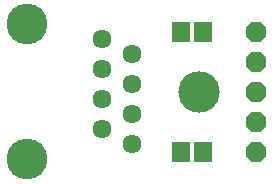
<source format=gts>
G75*
%MOIN*%
%OFA0B0*%
%FSLAX24Y24*%
%IPPOS*%
%LPD*%
%AMOC8*
5,1,8,0,0,1.08239X$1,22.5*
%
%ADD10C,0.1380*%
%ADD11C,0.0634*%
%ADD12C,0.1360*%
%ADD13OC8,0.0674*%
%ADD14R,0.0592X0.0710*%
D10*
X008083Y006583D03*
D11*
X005833Y006833D03*
X004833Y006333D03*
X005833Y005833D03*
X004833Y005333D03*
X005833Y004833D03*
X004833Y007333D03*
X005833Y007833D03*
X004833Y008333D03*
D12*
X002333Y004333D03*
X002333Y008833D03*
D13*
X009983Y008583D03*
X009983Y007583D03*
X009983Y006583D03*
X009983Y005583D03*
X009983Y004583D03*
D14*
X008207Y004583D03*
X007459Y004583D03*
X007459Y008583D03*
X008207Y008583D03*
M02*

</source>
